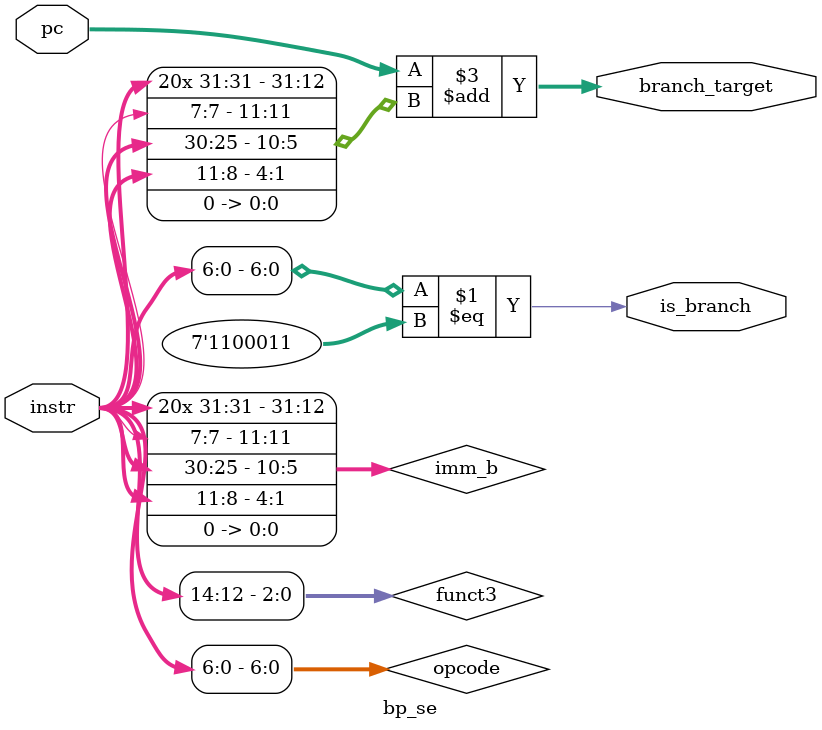
<source format=sv>
module bp_se (
    input  logic [31:0] instr,         // Current instruction
    input  logic [31:0] pc,            // Current PC

    output logic        is_branch,     // Is this a branch instruction
    output logic [31:0] branch_target  // Target PC if taken
);

    logic [6:0] opcode;
    logic [2:0] funct3;
    logic [31:0] imm_b;

    assign opcode = instr[6:0];
    assign funct3 = instr[14:12];

    // Identify branch instructions (opcode = 1100011)
    assign is_branch = (opcode == 7'b1100011);

    // Decode B-type immediate (signed, already shifted left by 1)
    always_comb begin
        imm_b = {{20{instr[31]}}, instr[7], instr[30:25], instr[11:8], 1'b0};
    end

    // Compute branch target
    assign branch_target = pc + imm_b;

endmodule

</source>
